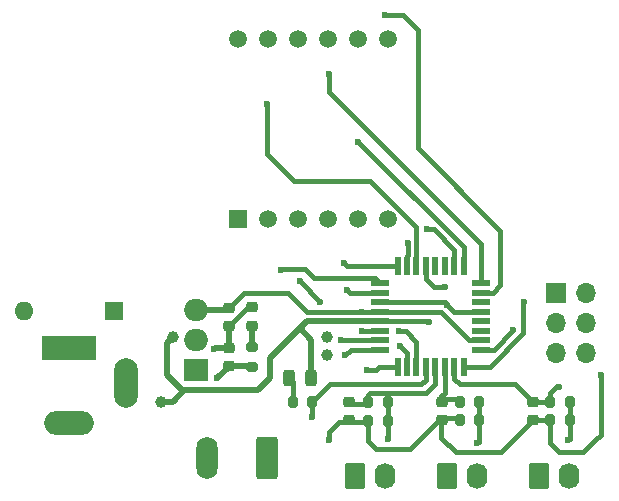
<source format=gbr>
%TF.GenerationSoftware,KiCad,Pcbnew,8.0.6*%
%TF.CreationDate,2024-11-25T15:37:34+03:30*%
%TF.ProjectId,AlarmClock,416c6172-6d43-46c6-9f63-6b2e6b696361,rev?*%
%TF.SameCoordinates,Original*%
%TF.FileFunction,Copper,L1,Top*%
%TF.FilePolarity,Positive*%
%FSLAX46Y46*%
G04 Gerber Fmt 4.6, Leading zero omitted, Abs format (unit mm)*
G04 Created by KiCad (PCBNEW 8.0.6) date 2024-11-25 15:37:34*
%MOMM*%
%LPD*%
G01*
G04 APERTURE LIST*
G04 Aperture macros list*
%AMRoundRect*
0 Rectangle with rounded corners*
0 $1 Rounding radius*
0 $2 $3 $4 $5 $6 $7 $8 $9 X,Y pos of 4 corners*
0 Add a 4 corners polygon primitive as box body*
4,1,4,$2,$3,$4,$5,$6,$7,$8,$9,$2,$3,0*
0 Add four circle primitives for the rounded corners*
1,1,$1+$1,$2,$3*
1,1,$1+$1,$4,$5*
1,1,$1+$1,$6,$7*
1,1,$1+$1,$8,$9*
0 Add four rect primitives between the rounded corners*
20,1,$1+$1,$2,$3,$4,$5,0*
20,1,$1+$1,$4,$5,$6,$7,0*
20,1,$1+$1,$6,$7,$8,$9,0*
20,1,$1+$1,$8,$9,$2,$3,0*%
G04 Aperture macros list end*
%TA.AperFunction,ComponentPad*%
%ADD10R,1.700000X1.700000*%
%TD*%
%TA.AperFunction,ComponentPad*%
%ADD11O,1.700000X1.700000*%
%TD*%
%TA.AperFunction,ComponentPad*%
%ADD12R,4.600000X2.000000*%
%TD*%
%TA.AperFunction,ComponentPad*%
%ADD13O,4.200000X2.000000*%
%TD*%
%TA.AperFunction,ComponentPad*%
%ADD14O,2.000000X4.200000*%
%TD*%
%TA.AperFunction,SMDPad,CuDef*%
%ADD15RoundRect,0.225000X-0.250000X0.225000X-0.250000X-0.225000X0.250000X-0.225000X0.250000X0.225000X0*%
%TD*%
%TA.AperFunction,SMDPad,CuDef*%
%ADD16RoundRect,0.200000X-0.275000X0.200000X-0.275000X-0.200000X0.275000X-0.200000X0.275000X0.200000X0*%
%TD*%
%TA.AperFunction,ComponentPad*%
%ADD17R,1.600000X1.600000*%
%TD*%
%TA.AperFunction,ComponentPad*%
%ADD18O,1.600000X1.600000*%
%TD*%
%TA.AperFunction,ComponentPad*%
%ADD19RoundRect,0.250000X-0.620000X-0.845000X0.620000X-0.845000X0.620000X0.845000X-0.620000X0.845000X0*%
%TD*%
%TA.AperFunction,ComponentPad*%
%ADD20O,1.740000X2.190000*%
%TD*%
%TA.AperFunction,SMDPad,CuDef*%
%ADD21RoundRect,0.200000X0.200000X0.275000X-0.200000X0.275000X-0.200000X-0.275000X0.200000X-0.275000X0*%
%TD*%
%TA.AperFunction,ComponentPad*%
%ADD22R,1.500000X1.500000*%
%TD*%
%TA.AperFunction,ComponentPad*%
%ADD23C,1.500000*%
%TD*%
%TA.AperFunction,ComponentPad*%
%ADD24RoundRect,0.250000X0.650000X1.550000X-0.650000X1.550000X-0.650000X-1.550000X0.650000X-1.550000X0*%
%TD*%
%TA.AperFunction,ComponentPad*%
%ADD25O,1.800000X3.600000*%
%TD*%
%TA.AperFunction,SMDPad,CuDef*%
%ADD26RoundRect,0.225000X0.250000X-0.225000X0.250000X0.225000X-0.250000X0.225000X-0.250000X-0.225000X0*%
%TD*%
%TA.AperFunction,SMDPad,CuDef*%
%ADD27RoundRect,0.218750X-0.256250X0.218750X-0.256250X-0.218750X0.256250X-0.218750X0.256250X0.218750X0*%
%TD*%
%TA.AperFunction,ComponentPad*%
%ADD28C,1.000000*%
%TD*%
%TA.AperFunction,SMDPad,CuDef*%
%ADD29RoundRect,0.243750X0.243750X0.456250X-0.243750X0.456250X-0.243750X-0.456250X0.243750X-0.456250X0*%
%TD*%
%TA.AperFunction,SMDPad,CuDef*%
%ADD30R,1.600000X0.550000*%
%TD*%
%TA.AperFunction,SMDPad,CuDef*%
%ADD31R,0.550000X1.600000*%
%TD*%
%TA.AperFunction,ComponentPad*%
%ADD32R,2.000000X1.905000*%
%TD*%
%TA.AperFunction,ComponentPad*%
%ADD33O,2.000000X1.905000*%
%TD*%
%TA.AperFunction,ViaPad*%
%ADD34C,0.600000*%
%TD*%
%TA.AperFunction,ViaPad*%
%ADD35C,1.000000*%
%TD*%
%TA.AperFunction,Conductor*%
%ADD36C,0.500000*%
%TD*%
%TA.AperFunction,Conductor*%
%ADD37C,0.400000*%
%TD*%
G04 APERTURE END LIST*
D10*
%TO.P,J3,1,Pin_1*%
%TO.N,/MISO*%
X135000000Y-104475000D03*
D11*
%TO.P,J3,2,Pin_2*%
%TO.N,+5C*%
X137540000Y-104475000D03*
%TO.P,J3,3,Pin_3*%
%TO.N,/SCK*%
X135000000Y-107015000D03*
%TO.P,J3,4,Pin_4*%
%TO.N,/MOSI*%
X137540000Y-107015000D03*
%TO.P,J3,5,Pin_5*%
%TO.N,Net-(J3-Pin_5)*%
X135000000Y-109555000D03*
%TO.P,J3,6,Pin_6*%
%TO.N,GND*%
X137540000Y-109555000D03*
%TD*%
D12*
%TO.P,J1,1*%
%TO.N,Net-(D2-A)*%
X93750000Y-109200000D03*
D13*
%TO.P,J1,2*%
%TO.N,GND*%
X93750000Y-115500000D03*
D14*
%TO.P,J1,3*%
X98550000Y-112100000D03*
%TD*%
D15*
%TO.P,C5,1*%
%TO.N,/MOSI*%
X133000000Y-113725000D03*
%TO.P,C5,2*%
%TO.N,GND*%
X133000000Y-115275000D03*
%TD*%
D16*
%TO.P,R7,1*%
%TO.N,Net-(D3-A)*%
X109250000Y-109100000D03*
%TO.P,R7,2*%
%TO.N,+12C*%
X109250000Y-110750000D03*
%TD*%
D17*
%TO.P,D2,1,K*%
%TO.N,+12C*%
X97560000Y-106000000D03*
D18*
%TO.P,D2,2,A*%
%TO.N,Net-(D2-A)*%
X89940000Y-106000000D03*
%TD*%
D19*
%TO.P,SW1,1,1*%
%TO.N,+5C*%
X117960000Y-120000000D03*
D20*
%TO.P,SW1,2,2*%
%TO.N,Net-(R1-Pad1)*%
X120500000Y-120000000D03*
%TD*%
D21*
%TO.P,R2,2*%
%TO.N,GND*%
X119060000Y-115350000D03*
%TO.P,R2,1*%
%TO.N,Net-(R1-Pad1)*%
X120710000Y-115350000D03*
%TD*%
%TO.P,R4,2*%
%TO.N,Net-(U1-PB2)*%
X126800000Y-113725000D03*
%TO.P,R4,1*%
%TO.N,Net-(R3-Pad1)*%
X128450000Y-113725000D03*
%TD*%
D22*
%TO.P,U5,1,e*%
%TO.N,Net-(U5-e)*%
X108050000Y-98250000D03*
D23*
%TO.P,U5,2,d*%
%TO.N,Net-(U5-d)*%
X110590000Y-98250000D03*
%TO.P,U5,3,DPX*%
%TO.N,Net-(U5-DPX)*%
X113130000Y-98250000D03*
%TO.P,U5,4,c*%
%TO.N,Net-(U5-c)*%
X115670000Y-98250000D03*
%TO.P,U5,5,g*%
%TO.N,Net-(U5-g)*%
X118210000Y-98250000D03*
%TO.P,U5,6,CC4*%
%TO.N,Net-(U1-PC3)*%
X120750000Y-98250000D03*
%TO.P,U5,7,b*%
%TO.N,Net-(U5-b)*%
X120750000Y-83010000D03*
%TO.P,U5,8,CC3*%
%TO.N,Net-(U1-PC2)*%
X118210000Y-83010000D03*
%TO.P,U5,9,CC2*%
%TO.N,Net-(U1-PC1)*%
X115670000Y-83010000D03*
%TO.P,U5,10,f*%
%TO.N,Net-(U5-f)*%
X113130000Y-83010000D03*
%TO.P,U5,11,a*%
%TO.N,Net-(U5-a)*%
X110590000Y-83010000D03*
%TO.P,U5,12,CC1*%
%TO.N,Net-(U1-PC0)*%
X108050000Y-83010000D03*
%TD*%
D24*
%TO.P,J2,1,Pin_1*%
%TO.N,Net-(J2-Pin_1)*%
X110500000Y-118500000D03*
D25*
%TO.P,J2,2,Pin_2*%
%TO.N,GND*%
X105420000Y-118500000D03*
%TD*%
D21*
%TO.P,R1,2*%
%TO.N,Net-(U1-PB1)*%
X119060000Y-113725000D03*
%TO.P,R1,1*%
%TO.N,Net-(R1-Pad1)*%
X120710000Y-113725000D03*
%TD*%
D15*
%TO.P,C3,2*%
%TO.N,GND*%
X117460000Y-115275000D03*
%TO.P,C3,1*%
%TO.N,Net-(U1-PB1)*%
X117460000Y-113725000D03*
%TD*%
D26*
%TO.P,C1,1*%
%TO.N,+12C*%
X107250000Y-110730000D03*
%TO.P,C1,2*%
%TO.N,GND*%
X107250000Y-109180000D03*
%TD*%
D21*
%TO.P,R5,1*%
%TO.N,Net-(R5-Pad1)*%
X136150000Y-115300000D03*
%TO.P,R5,2*%
%TO.N,GND*%
X134500000Y-115300000D03*
%TD*%
%TO.P,R9,1*%
%TO.N,Net-(J2-Pin_1)*%
X114325000Y-113750000D03*
%TO.P,R9,2*%
%TO.N,Net-(D1-A)*%
X112675000Y-113750000D03*
%TD*%
%TO.P,R3,2*%
%TO.N,GND*%
X126800000Y-115305000D03*
%TO.P,R3,1*%
%TO.N,Net-(R3-Pad1)*%
X128450000Y-115305000D03*
%TD*%
D15*
%TO.P,C2,1*%
%TO.N,+5C*%
X107250000Y-105760000D03*
%TO.P,C2,2*%
%TO.N,GND*%
X107250000Y-107310000D03*
%TD*%
D27*
%TO.P,D3,1,K*%
%TO.N,GND*%
X109250000Y-105712500D03*
%TO.P,D3,2,A*%
%TO.N,Net-(D3-A)*%
X109250000Y-107287500D03*
%TD*%
D15*
%TO.P,C4,2*%
%TO.N,GND*%
X125300000Y-115275000D03*
%TO.P,C4,1*%
%TO.N,Net-(U1-PB2)*%
X125300000Y-113725000D03*
%TD*%
D19*
%TO.P,SW2,1,1*%
%TO.N,+5C*%
X125730000Y-120020000D03*
D20*
%TO.P,SW2,2,2*%
%TO.N,Net-(R3-Pad1)*%
X128270000Y-120020000D03*
%TD*%
D28*
%TO.P,Y1,1,1*%
%TO.N,Net-(U1-PB7{slash}XTAL2)*%
X115600000Y-109750000D03*
%TO.P,Y1,2,2*%
%TO.N,Net-(U1-PB6{slash}XTAL1)*%
X115600000Y-108250000D03*
%TD*%
D29*
%TO.P,D1,1,K*%
%TO.N,GND*%
X114250000Y-111750000D03*
%TO.P,D1,2,A*%
%TO.N,Net-(D1-A)*%
X112375000Y-111750000D03*
%TD*%
D19*
%TO.P,SW3,1,1*%
%TO.N,+5C*%
X133500000Y-120020000D03*
D20*
%TO.P,SW3,2,2*%
%TO.N,Net-(R5-Pad1)*%
X136040000Y-120020000D03*
%TD*%
D21*
%TO.P,R6,1*%
%TO.N,Net-(R5-Pad1)*%
X136150000Y-113750000D03*
%TO.P,R6,2*%
%TO.N,/MOSI*%
X134500000Y-113750000D03*
%TD*%
D30*
%TO.P,U1,1,PD3*%
%TO.N,Net-(U1-PD3)*%
X120100000Y-103700000D03*
%TO.P,U1,2,PD4*%
%TO.N,Net-(U1-PD4)*%
X120100000Y-104500000D03*
%TO.P,U1,3,GND*%
%TO.N,GND*%
X120100000Y-105300000D03*
%TO.P,U1,4,VCC*%
%TO.N,+5C*%
X120100000Y-106100000D03*
%TO.P,U1,5,GND*%
%TO.N,GND*%
X120100000Y-106900000D03*
%TO.P,U1,6,VCC*%
%TO.N,+5C*%
X120100000Y-107700000D03*
%TO.P,U1,7,PB6/XTAL1*%
%TO.N,Net-(U1-PB6{slash}XTAL1)*%
X120100000Y-108500000D03*
%TO.P,U1,8,PB7/XTAL2*%
%TO.N,Net-(U1-PB7{slash}XTAL2)*%
X120100000Y-109300000D03*
D31*
%TO.P,U1,9,PD5*%
%TO.N,Net-(U1-PD5)*%
X121550000Y-110750000D03*
%TO.P,U1,10,PD6*%
%TO.N,Net-(U1-PD6)*%
X122350000Y-110750000D03*
%TO.P,U1,11,PD7*%
%TO.N,Net-(U1-PD7)*%
X123150000Y-110750000D03*
%TO.P,U1,12,PB0*%
%TO.N,Net-(J2-Pin_1)*%
X123950000Y-110750000D03*
%TO.P,U1,13,PB1*%
%TO.N,Net-(U1-PB1)*%
X124750000Y-110750000D03*
%TO.P,U1,14,PB2*%
%TO.N,Net-(U1-PB2)*%
X125550000Y-110750000D03*
%TO.P,U1,15,PB3*%
%TO.N,/MOSI*%
X126350000Y-110750000D03*
%TO.P,U1,16,PB4*%
%TO.N,/MISO*%
X127150000Y-110750000D03*
D30*
%TO.P,U1,17,PB5*%
%TO.N,/SCK*%
X128600000Y-109300000D03*
%TO.P,U1,18,AVCC*%
%TO.N,+5C*%
X128600000Y-108500000D03*
%TO.P,U1,19,ADC6*%
%TO.N,unconnected-(U1-ADC6-Pad19)*%
X128600000Y-107700000D03*
%TO.P,U1,20,AREF*%
%TO.N,unconnected-(U1-AREF-Pad20)*%
X128600000Y-106900000D03*
%TO.P,U1,21,AGND*%
%TO.N,GND*%
X128600000Y-106100000D03*
%TO.P,U1,22,ADC7*%
%TO.N,unconnected-(U1-ADC7-Pad22)*%
X128600000Y-105300000D03*
%TO.P,U1,23,PC0*%
%TO.N,Net-(U1-PC0)*%
X128600000Y-104500000D03*
%TO.P,U1,24,PC1*%
%TO.N,Net-(U1-PC1)*%
X128600000Y-103700000D03*
D31*
%TO.P,U1,25,PC2*%
%TO.N,Net-(U1-PC2)*%
X127150000Y-102250000D03*
%TO.P,U1,26,PC3*%
%TO.N,Net-(U1-PC3)*%
X126350000Y-102250000D03*
%TO.P,U1,27,PC4*%
%TO.N,unconnected-(U1-PC4-Pad27)*%
X125550000Y-102250000D03*
%TO.P,U1,28,PC5*%
%TO.N,unconnected-(U1-PC5-Pad28)*%
X124750000Y-102250000D03*
%TO.P,U1,29,PC6/~{RESET}*%
%TO.N,Net-(J3-Pin_5)*%
X123950000Y-102250000D03*
%TO.P,U1,30,PD0*%
%TO.N,Net-(U1-PD0)*%
X123150000Y-102250000D03*
%TO.P,U1,31,PD1*%
%TO.N,Net-(U1-PD1)*%
X122350000Y-102250000D03*
%TO.P,U1,32,PD2*%
%TO.N,Net-(U1-PD2)*%
X121550000Y-102250000D03*
%TD*%
D32*
%TO.P,U2,1,VI*%
%TO.N,+12C*%
X104445000Y-111040000D03*
D33*
%TO.P,U2,2,GND*%
%TO.N,GND*%
X104445000Y-108500000D03*
%TO.P,U2,3,VO*%
%TO.N,+5C*%
X104445000Y-105960000D03*
%TD*%
D34*
%TO.N,+12C*%
X106250000Y-111750000D03*
%TO.N,GND*%
X124250000Y-107000000D03*
D35*
X102500000Y-108250000D03*
D34*
X125750000Y-105500000D03*
D35*
X101500000Y-113750000D03*
D34*
X138750000Y-111500000D03*
X106000000Y-109250000D03*
X115750000Y-117000000D03*
%TO.N,+5C*%
X118500000Y-106100000D03*
X118550000Y-107700000D03*
%TO.N,/MOSI*%
X135250000Y-112500000D03*
%TO.N,Net-(J2-Pin_1)*%
X114325000Y-115000000D03*
%TO.N,/SCK*%
X131362500Y-107612500D03*
%TO.N,Net-(J3-Pin_5)*%
X125575000Y-104000000D03*
%TO.N,/MISO*%
X132250000Y-105250000D03*
%TO.N,Net-(R1-Pad1)*%
X120710000Y-116875000D03*
%TO.N,Net-(R3-Pad1)*%
X128270000Y-117250000D03*
%TO.N,Net-(R5-Pad1)*%
X136000000Y-117000000D03*
%TO.N,Net-(U1-PD0)*%
X110500000Y-88500000D03*
%TO.N,Net-(U1-PD1)*%
X122400000Y-100250000D03*
%TO.N,Net-(U1-PD2)*%
X117000000Y-102000000D03*
%TO.N,Net-(U1-PD3)*%
X111700000Y-102550000D03*
%TO.N,Net-(U1-PD4)*%
X117250000Y-104250000D03*
%TO.N,Net-(U1-PD5)*%
X119000000Y-111000000D03*
%TO.N,Net-(U1-PD6)*%
X121750000Y-109000000D03*
%TO.N,Net-(U1-PD7)*%
X113250000Y-103500000D03*
X121675000Y-107750000D03*
X115000000Y-105250000D03*
%TO.N,Net-(U1-PC3)*%
X124050000Y-99125000D03*
%TO.N,Net-(U1-PC2)*%
X118210000Y-91710000D03*
%TO.N,Net-(U1-PC0)*%
X120500000Y-81000000D03*
%TO.N,Net-(U1-PB7{slash}XTAL2)*%
X117100000Y-109800000D03*
%TO.N,Net-(U1-PC1)*%
X115750000Y-86000000D03*
%TO.N,Net-(U1-PB6{slash}XTAL1)*%
X116800000Y-108530331D03*
%TD*%
D36*
%TO.N,+12C*%
X107250000Y-110750000D02*
X107250000Y-110730000D01*
X107250000Y-110730000D02*
X109230000Y-110730000D01*
X109230000Y-110730000D02*
X109250000Y-110750000D01*
X106250000Y-111750000D02*
X107250000Y-110750000D01*
%TO.N,GND*%
X101500000Y-113750000D02*
X102500000Y-113750000D01*
X114250000Y-111750000D02*
X114250000Y-108500000D01*
D37*
X134500000Y-117250000D02*
X135250000Y-118000000D01*
X126500000Y-118000000D02*
X130275000Y-118000000D01*
X117460000Y-115425000D02*
X116575000Y-115425000D01*
X130275000Y-118000000D02*
X133000000Y-115275000D01*
X108847500Y-105712500D02*
X107250000Y-107310000D01*
X125750000Y-105500000D02*
X125550000Y-105300000D01*
X109250000Y-105712500D02*
X108847500Y-105712500D01*
D36*
X102000000Y-111447500D02*
X103302500Y-112750000D01*
D37*
X118860000Y-115425000D02*
X119060000Y-115625000D01*
X117460000Y-115425000D02*
X118860000Y-115425000D01*
D36*
X102500000Y-108250000D02*
X102000000Y-108750000D01*
X110770000Y-111730000D02*
X110770000Y-109980000D01*
D37*
X138750000Y-113250000D02*
X138750000Y-111500000D01*
D36*
X114250000Y-108500000D02*
X113250000Y-107500000D01*
X109500000Y-112750000D02*
X109750000Y-112750000D01*
D37*
X125270000Y-115070000D02*
X125270000Y-116770000D01*
D36*
X113850000Y-106900000D02*
X113250000Y-107500000D01*
D37*
X138750000Y-116500000D02*
X138750000Y-113250000D01*
X134500000Y-115500000D02*
X134500000Y-117250000D01*
D36*
X106000000Y-109250000D02*
X106070000Y-109180000D01*
D37*
X119750000Y-117750000D02*
X122590000Y-117750000D01*
X125270000Y-115070000D02*
X126570000Y-115070000D01*
D36*
X106070000Y-109180000D02*
X107250000Y-109180000D01*
X107250000Y-109180000D02*
X107250000Y-107310000D01*
X103500000Y-112750000D02*
X109500000Y-112750000D01*
X102500000Y-113750000D02*
X103500000Y-112750000D01*
X109750000Y-112750000D02*
X110770000Y-111730000D01*
D37*
X124250000Y-107000000D02*
X124150000Y-106900000D01*
X125550000Y-105300000D02*
X120100000Y-105300000D01*
X125270000Y-116770000D02*
X126500000Y-118000000D01*
X134275000Y-115275000D02*
X133000000Y-115275000D01*
X134500000Y-115500000D02*
X134275000Y-115275000D01*
D36*
X102000000Y-108750000D02*
X102000000Y-111447500D01*
D37*
X126570000Y-115070000D02*
X126770000Y-115270000D01*
X122590000Y-117750000D02*
X125270000Y-115070000D01*
X124150000Y-106900000D02*
X120100000Y-106900000D01*
X138250000Y-117000000D02*
X138750000Y-116500000D01*
X135250000Y-118000000D02*
X137250000Y-118000000D01*
D36*
X110770000Y-109980000D02*
X113250000Y-107500000D01*
D37*
X119060000Y-117060000D02*
X119750000Y-117750000D01*
X125750000Y-105500000D02*
X126350000Y-106100000D01*
D36*
X103302500Y-112750000D02*
X109500000Y-112750000D01*
D37*
X137250000Y-118000000D02*
X138250000Y-117000000D01*
X126350000Y-106100000D02*
X128600000Y-106100000D01*
D36*
X120100000Y-106900000D02*
X113850000Y-106900000D01*
D37*
X116575000Y-115425000D02*
X115750000Y-116250000D01*
X115750000Y-116250000D02*
X115750000Y-117000000D01*
X119060000Y-115625000D02*
X119060000Y-117060000D01*
%TO.N,+5C*%
X125200000Y-106100000D02*
X127600000Y-108500000D01*
X120100000Y-106100000D02*
X118500000Y-106100000D01*
D36*
X107050000Y-105960000D02*
X107250000Y-105760000D01*
D37*
X118500000Y-106100000D02*
X113850000Y-106100000D01*
X112250000Y-104500000D02*
X108510000Y-104500000D01*
D36*
X104445000Y-105960000D02*
X107050000Y-105960000D01*
D37*
X120100000Y-106100000D02*
X125200000Y-106100000D01*
X108510000Y-104500000D02*
X107250000Y-105760000D01*
X127600000Y-108500000D02*
X128600000Y-108500000D01*
X120100000Y-107700000D02*
X118550000Y-107700000D01*
X113850000Y-106100000D02*
X112250000Y-104500000D01*
%TO.N,Net-(U1-PB1)*%
X119060000Y-113875000D02*
X117460000Y-113875000D01*
X120185220Y-113000000D02*
X120235220Y-112950000D01*
X120235220Y-112950000D02*
X121184780Y-112950000D01*
X119060000Y-113190000D02*
X119250000Y-113000000D01*
X119250000Y-113000000D02*
X120185220Y-113000000D01*
X121184780Y-112950000D02*
X121234780Y-113000000D01*
X121234780Y-113000000D02*
X124000000Y-113000000D01*
X119060000Y-113875000D02*
X119060000Y-113190000D01*
X124750000Y-112250000D02*
X124750000Y-110750000D01*
X124000000Y-113000000D02*
X124750000Y-112250000D01*
%TO.N,Net-(U1-PB2)*%
X125550000Y-112990000D02*
X125550000Y-110750000D01*
X125270000Y-113520000D02*
X125270000Y-113270000D01*
X125270000Y-113270000D02*
X125550000Y-112990000D01*
X125270000Y-113520000D02*
X126770000Y-113520000D01*
%TO.N,/MOSI*%
X131525000Y-112250000D02*
X133000000Y-113725000D01*
X133025000Y-113750000D02*
X133000000Y-113725000D01*
X126350000Y-110750000D02*
X126350000Y-111770930D01*
X135250000Y-112500000D02*
X135000000Y-112500000D01*
X126350000Y-111770930D02*
X126829070Y-112250000D01*
X134500000Y-113000000D02*
X134500000Y-113750000D01*
X126829070Y-112250000D02*
X131525000Y-112250000D01*
X134500000Y-113750000D02*
X133025000Y-113750000D01*
X135000000Y-112500000D02*
X134500000Y-113000000D01*
%TO.N,Net-(D1-A)*%
X112675000Y-113750000D02*
X112675000Y-112050000D01*
X112675000Y-112050000D02*
X112375000Y-111750000D01*
D36*
%TO.N,Net-(D3-A)*%
X109250000Y-109100000D02*
X109250000Y-107287500D01*
D37*
%TO.N,Net-(J2-Pin_1)*%
X123550000Y-112250000D02*
X115825000Y-112250000D01*
X115825000Y-112250000D02*
X114325000Y-113750000D01*
X123950000Y-111850000D02*
X123550000Y-112250000D01*
X123950000Y-110750000D02*
X123950000Y-111850000D01*
X114325000Y-115000000D02*
X114325000Y-113750000D01*
%TO.N,/SCK*%
X131362500Y-107612500D02*
X129675000Y-109300000D01*
X129675000Y-109300000D02*
X128600000Y-109300000D01*
%TO.N,Net-(J3-Pin_5)*%
X124625000Y-104000000D02*
X123950000Y-103325000D01*
X123950000Y-103325000D02*
X123950000Y-102250000D01*
X125575000Y-104000000D02*
X124625000Y-104000000D01*
%TO.N,/MISO*%
X132162500Y-105337500D02*
X132162500Y-107943871D01*
X132162500Y-107943871D02*
X129356371Y-110750000D01*
X132250000Y-105250000D02*
X132162500Y-105337500D01*
X129356371Y-110750000D02*
X127150000Y-110750000D01*
%TO.N,Net-(R1-Pad1)*%
X120710000Y-116875000D02*
X120710000Y-116500000D01*
X120710000Y-113875000D02*
X120710000Y-115625000D01*
X120710000Y-116875000D02*
X120710000Y-115625000D01*
%TO.N,Net-(R3-Pad1)*%
X128420000Y-117100000D02*
X128420000Y-115270000D01*
X128420000Y-113520000D02*
X128420000Y-115270000D01*
X128270000Y-117250000D02*
X128420000Y-117100000D01*
%TO.N,Net-(R5-Pad1)*%
X136150000Y-115500000D02*
X136150000Y-113750000D01*
X136150000Y-115500000D02*
X136150000Y-116850000D01*
X136150000Y-116850000D02*
X136000000Y-117000000D01*
%TO.N,Net-(U1-PD0)*%
X119250000Y-95000000D02*
X112750000Y-95000000D01*
X110500000Y-92750000D02*
X110500000Y-88500000D01*
X112750000Y-95000000D02*
X110500000Y-92750000D01*
X123150000Y-102250000D02*
X123150000Y-98900000D01*
X123150000Y-98900000D02*
X119250000Y-95000000D01*
%TO.N,Net-(U1-PD1)*%
X122400000Y-101325000D02*
X122350000Y-101375000D01*
X122350000Y-101375000D02*
X122350000Y-102250000D01*
X122400000Y-100250000D02*
X122400000Y-101325000D01*
%TO.N,Net-(U1-PD2)*%
X117250000Y-102250000D02*
X121550000Y-102250000D01*
X117000000Y-102000000D02*
X117250000Y-102250000D01*
%TO.N,Net-(U1-PD3)*%
X114500000Y-103250000D02*
X119650000Y-103250000D01*
X119650000Y-103250000D02*
X120100000Y-103700000D01*
X111700000Y-102550000D02*
X111750000Y-102500000D01*
X111750000Y-102500000D02*
X113750000Y-102500000D01*
X113750000Y-102500000D02*
X114500000Y-103250000D01*
%TO.N,Net-(U1-PD4)*%
X117250000Y-104250000D02*
X117500000Y-104500000D01*
X117500000Y-104500000D02*
X120100000Y-104500000D01*
%TO.N,Net-(U1-PD5)*%
X119000000Y-111000000D02*
X119750000Y-111000000D01*
X119750000Y-111000000D02*
X120000000Y-110750000D01*
X120000000Y-110750000D02*
X121550000Y-110750000D01*
%TO.N,Net-(U1-PD6)*%
X122350000Y-109600000D02*
X122350000Y-110750000D01*
X121750000Y-109000000D02*
X122350000Y-109600000D01*
%TO.N,Net-(U1-PD7)*%
X121675000Y-107750000D02*
X122250000Y-107750000D01*
X123150000Y-108650000D02*
X123150000Y-110750000D01*
X122250000Y-107750000D02*
X123150000Y-108650000D01*
X113250000Y-103500000D02*
X115000000Y-105250000D01*
%TO.N,Net-(U1-PC3)*%
X126350000Y-100850000D02*
X126350000Y-102250000D01*
X124050000Y-99125000D02*
X124625000Y-99125000D01*
X124625000Y-99125000D02*
X126350000Y-100850000D01*
%TO.N,Net-(U1-PC2)*%
X127150000Y-100650000D02*
X127150000Y-102250000D01*
X118210000Y-91710000D02*
X127150000Y-100650000D01*
%TO.N,Net-(U1-PC0)*%
X130250000Y-99250000D02*
X123250000Y-92250000D01*
X123250000Y-82250000D02*
X122000000Y-81000000D01*
X128600000Y-104500000D02*
X129600000Y-104500000D01*
X130250000Y-103850000D02*
X130250000Y-99250000D01*
X123250000Y-92250000D02*
X123250000Y-82250000D01*
X122000000Y-81000000D02*
X120500000Y-81000000D01*
X129600000Y-104500000D02*
X130250000Y-103850000D01*
%TO.N,Net-(U1-PB7{slash}XTAL2)*%
X117600000Y-109300000D02*
X117100000Y-109800000D01*
X120100000Y-109300000D02*
X117600000Y-109300000D01*
%TO.N,Net-(U1-PC1)*%
X115750000Y-87500000D02*
X128600000Y-100350000D01*
X115750000Y-86000000D02*
X115750000Y-87500000D01*
X128600000Y-100350000D02*
X128600000Y-103700000D01*
%TO.N,Net-(U1-PB6{slash}XTAL1)*%
X116800000Y-108530331D02*
X116830331Y-108500000D01*
X116830331Y-108500000D02*
X120100000Y-108500000D01*
%TD*%
M02*

</source>
